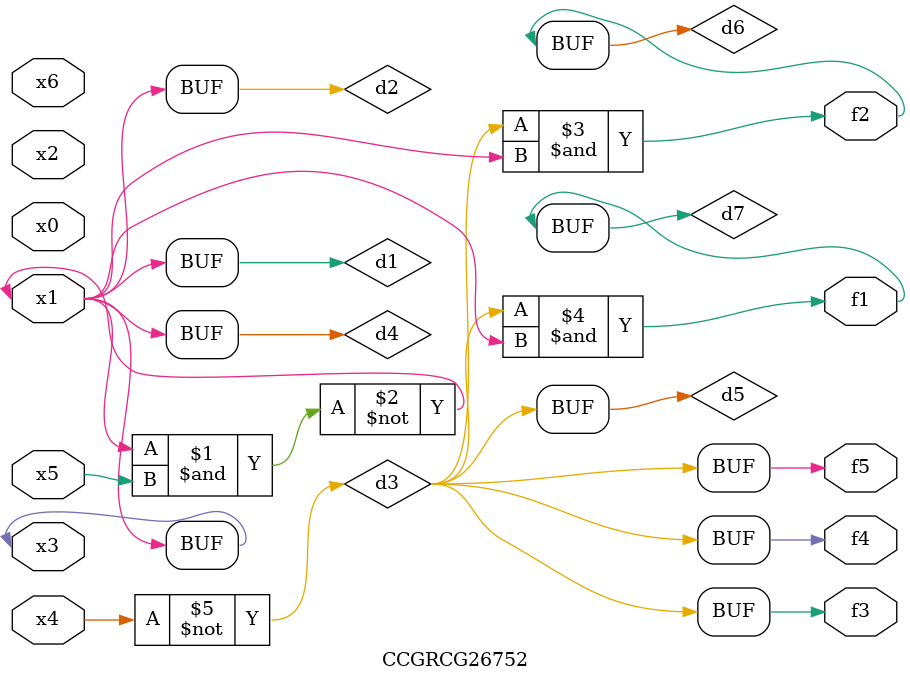
<source format=v>
module CCGRCG26752(
	input x0, x1, x2, x3, x4, x5, x6,
	output f1, f2, f3, f4, f5
);

	wire d1, d2, d3, d4, d5, d6, d7;

	buf (d1, x1, x3);
	nand (d2, x1, x5);
	not (d3, x4);
	buf (d4, d1, d2);
	buf (d5, d3);
	and (d6, d3, d4);
	and (d7, d3, d4);
	assign f1 = d7;
	assign f2 = d6;
	assign f3 = d5;
	assign f4 = d5;
	assign f5 = d5;
endmodule

</source>
